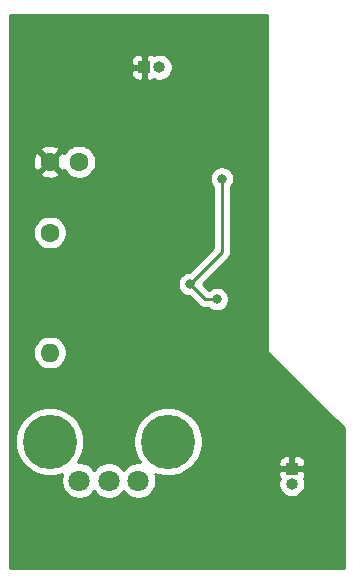
<source format=gbr>
%TF.GenerationSoftware,KiCad,Pcbnew,(5.1.9)-1*%
%TF.CreationDate,2021-08-16T16:35:21-04:00*%
%TF.ProjectId,555-Timer-Soldering-Demo,3535352d-5469-46d6-9572-2d536f6c6465,rev?*%
%TF.SameCoordinates,Original*%
%TF.FileFunction,Copper,L2,Bot*%
%TF.FilePolarity,Positive*%
%FSLAX46Y46*%
G04 Gerber Fmt 4.6, Leading zero omitted, Abs format (unit mm)*
G04 Created by KiCad (PCBNEW (5.1.9)-1) date 2021-08-16 16:35:21*
%MOMM*%
%LPD*%
G01*
G04 APERTURE LIST*
%TA.AperFunction,ComponentPad*%
%ADD10O,1.000000X1.000000*%
%TD*%
%TA.AperFunction,ComponentPad*%
%ADD11R,1.000000X1.000000*%
%TD*%
%TA.AperFunction,ComponentPad*%
%ADD12O,1.600000X1.600000*%
%TD*%
%TA.AperFunction,ComponentPad*%
%ADD13C,1.600000*%
%TD*%
%TA.AperFunction,ComponentPad*%
%ADD14C,4.600000*%
%TD*%
%TA.AperFunction,ComponentPad*%
%ADD15C,1.800000*%
%TD*%
%TA.AperFunction,ViaPad*%
%ADD16C,0.800000*%
%TD*%
%TA.AperFunction,Conductor*%
%ADD17C,0.250000*%
%TD*%
%TA.AperFunction,Conductor*%
%ADD18C,0.254000*%
%TD*%
%TA.AperFunction,Conductor*%
%ADD19C,0.100000*%
%TD*%
G04 APERTURE END LIST*
D10*
%TO.P,J1,2*%
%TO.N,/VCC*%
X114270000Y-56000000D03*
D11*
%TO.P,J1,1*%
%TO.N,GND*%
X113000000Y-56000000D03*
%TD*%
D10*
%TO.P,J2,2*%
%TO.N,/Output*%
X125500000Y-91270000D03*
D11*
%TO.P,J2,1*%
%TO.N,GND*%
X125500000Y-90000000D03*
%TD*%
D12*
%TO.P,R1,2*%
%TO.N,Net-(R1-Pad2)*%
X105000000Y-80160000D03*
D13*
%TO.P,R1,1*%
%TO.N,Trigger*%
X105000000Y-70000000D03*
%TD*%
D14*
%TO.P,RV1,*%
%TO.N,*%
X105000000Y-87700000D03*
X115000000Y-87700000D03*
D15*
%TO.P,RV1,1*%
%TO.N,Net-(R1-Pad2)*%
X107500000Y-91000000D03*
%TO.P,RV1,2*%
%TO.N,/Output*%
X110000000Y-91000000D03*
%TO.P,RV1,3*%
%TO.N,Net-(RV1-Pad3)*%
X112500000Y-91000000D03*
%TD*%
D13*
%TO.P,C1,2*%
%TO.N,GND*%
X105000000Y-64000000D03*
%TO.P,C1,1*%
%TO.N,Net-(C1-Pad1)*%
X107500000Y-64000000D03*
%TD*%
D16*
%TO.N,GND*%
X116437500Y-65437500D03*
X114000000Y-71570000D03*
%TO.N,Trigger*%
X116865000Y-74365000D03*
X119135000Y-75635000D03*
X119562500Y-65437500D03*
%TD*%
D17*
%TO.N,Trigger*%
X118135000Y-75635000D02*
X116865000Y-74365000D01*
X119135000Y-75635000D02*
X118135000Y-75635000D01*
X119562500Y-71667500D02*
X116865000Y-74365000D01*
X119562500Y-65437500D02*
X119562500Y-71667500D01*
%TD*%
D18*
%TO.N,GND*%
X123373000Y-80000000D02*
X123375440Y-80024776D01*
X123382667Y-80048601D01*
X123394403Y-80070557D01*
X123410197Y-80089803D01*
X129873000Y-86552606D01*
X129873000Y-98373000D01*
X101627000Y-98373000D01*
X101627000Y-87410928D01*
X102065000Y-87410928D01*
X102065000Y-87989072D01*
X102177791Y-88556108D01*
X102399037Y-89090244D01*
X102720237Y-89570953D01*
X103129047Y-89979763D01*
X103609756Y-90300963D01*
X104143892Y-90522209D01*
X104710928Y-90635000D01*
X105289072Y-90635000D01*
X105856108Y-90522209D01*
X106073783Y-90432045D01*
X106023989Y-90552257D01*
X105965000Y-90848816D01*
X105965000Y-91151184D01*
X106023989Y-91447743D01*
X106139701Y-91727095D01*
X106307688Y-91978505D01*
X106521495Y-92192312D01*
X106772905Y-92360299D01*
X107052257Y-92476011D01*
X107348816Y-92535000D01*
X107651184Y-92535000D01*
X107947743Y-92476011D01*
X108227095Y-92360299D01*
X108478505Y-92192312D01*
X108692312Y-91978505D01*
X108750000Y-91892169D01*
X108807688Y-91978505D01*
X109021495Y-92192312D01*
X109272905Y-92360299D01*
X109552257Y-92476011D01*
X109848816Y-92535000D01*
X110151184Y-92535000D01*
X110447743Y-92476011D01*
X110727095Y-92360299D01*
X110978505Y-92192312D01*
X111192312Y-91978505D01*
X111250000Y-91892169D01*
X111307688Y-91978505D01*
X111521495Y-92192312D01*
X111772905Y-92360299D01*
X112052257Y-92476011D01*
X112348816Y-92535000D01*
X112651184Y-92535000D01*
X112947743Y-92476011D01*
X113227095Y-92360299D01*
X113478505Y-92192312D01*
X113692312Y-91978505D01*
X113860299Y-91727095D01*
X113976011Y-91447743D01*
X114035000Y-91151184D01*
X114035000Y-90848816D01*
X113976011Y-90552257D01*
X113926217Y-90432045D01*
X114143892Y-90522209D01*
X114710928Y-90635000D01*
X115289072Y-90635000D01*
X115856108Y-90522209D01*
X115909725Y-90500000D01*
X124361928Y-90500000D01*
X124374188Y-90624482D01*
X124410498Y-90744180D01*
X124454888Y-90827226D01*
X124408617Y-90938933D01*
X124365000Y-91158212D01*
X124365000Y-91381788D01*
X124408617Y-91601067D01*
X124494176Y-91807624D01*
X124618388Y-91993520D01*
X124776480Y-92151612D01*
X124962376Y-92275824D01*
X125168933Y-92361383D01*
X125388212Y-92405000D01*
X125611788Y-92405000D01*
X125831067Y-92361383D01*
X126037624Y-92275824D01*
X126223520Y-92151612D01*
X126381612Y-91993520D01*
X126505824Y-91807624D01*
X126591383Y-91601067D01*
X126635000Y-91381788D01*
X126635000Y-91158212D01*
X126591383Y-90938933D01*
X126545112Y-90827226D01*
X126589502Y-90744180D01*
X126625812Y-90624482D01*
X126638072Y-90500000D01*
X126635000Y-90285750D01*
X126476250Y-90127000D01*
X125627000Y-90127000D01*
X125627000Y-90138026D01*
X125611788Y-90135000D01*
X125388212Y-90135000D01*
X125373000Y-90138026D01*
X125373000Y-90127000D01*
X124523750Y-90127000D01*
X124365000Y-90285750D01*
X124361928Y-90500000D01*
X115909725Y-90500000D01*
X116390244Y-90300963D01*
X116870953Y-89979763D01*
X117279763Y-89570953D01*
X117327172Y-89500000D01*
X124361928Y-89500000D01*
X124365000Y-89714250D01*
X124523750Y-89873000D01*
X125373000Y-89873000D01*
X125373000Y-89023750D01*
X125627000Y-89023750D01*
X125627000Y-89873000D01*
X126476250Y-89873000D01*
X126635000Y-89714250D01*
X126638072Y-89500000D01*
X126625812Y-89375518D01*
X126589502Y-89255820D01*
X126530537Y-89145506D01*
X126451185Y-89048815D01*
X126354494Y-88969463D01*
X126244180Y-88910498D01*
X126124482Y-88874188D01*
X126000000Y-88861928D01*
X125785750Y-88865000D01*
X125627000Y-89023750D01*
X125373000Y-89023750D01*
X125214250Y-88865000D01*
X125000000Y-88861928D01*
X124875518Y-88874188D01*
X124755820Y-88910498D01*
X124645506Y-88969463D01*
X124548815Y-89048815D01*
X124469463Y-89145506D01*
X124410498Y-89255820D01*
X124374188Y-89375518D01*
X124361928Y-89500000D01*
X117327172Y-89500000D01*
X117600963Y-89090244D01*
X117822209Y-88556108D01*
X117935000Y-87989072D01*
X117935000Y-87410928D01*
X117822209Y-86843892D01*
X117600963Y-86309756D01*
X117279763Y-85829047D01*
X116870953Y-85420237D01*
X116390244Y-85099037D01*
X115856108Y-84877791D01*
X115289072Y-84765000D01*
X114710928Y-84765000D01*
X114143892Y-84877791D01*
X113609756Y-85099037D01*
X113129047Y-85420237D01*
X112720237Y-85829047D01*
X112399037Y-86309756D01*
X112177791Y-86843892D01*
X112065000Y-87410928D01*
X112065000Y-87989072D01*
X112177791Y-88556108D01*
X112399037Y-89090244D01*
X112649441Y-89465000D01*
X112348816Y-89465000D01*
X112052257Y-89523989D01*
X111772905Y-89639701D01*
X111521495Y-89807688D01*
X111307688Y-90021495D01*
X111250000Y-90107831D01*
X111192312Y-90021495D01*
X110978505Y-89807688D01*
X110727095Y-89639701D01*
X110447743Y-89523989D01*
X110151184Y-89465000D01*
X109848816Y-89465000D01*
X109552257Y-89523989D01*
X109272905Y-89639701D01*
X109021495Y-89807688D01*
X108807688Y-90021495D01*
X108750000Y-90107831D01*
X108692312Y-90021495D01*
X108478505Y-89807688D01*
X108227095Y-89639701D01*
X107947743Y-89523989D01*
X107651184Y-89465000D01*
X107350559Y-89465000D01*
X107600963Y-89090244D01*
X107822209Y-88556108D01*
X107935000Y-87989072D01*
X107935000Y-87410928D01*
X107822209Y-86843892D01*
X107600963Y-86309756D01*
X107279763Y-85829047D01*
X106870953Y-85420237D01*
X106390244Y-85099037D01*
X105856108Y-84877791D01*
X105289072Y-84765000D01*
X104710928Y-84765000D01*
X104143892Y-84877791D01*
X103609756Y-85099037D01*
X103129047Y-85420237D01*
X102720237Y-85829047D01*
X102399037Y-86309756D01*
X102177791Y-86843892D01*
X102065000Y-87410928D01*
X101627000Y-87410928D01*
X101627000Y-80018665D01*
X103565000Y-80018665D01*
X103565000Y-80301335D01*
X103620147Y-80578574D01*
X103728320Y-80839727D01*
X103885363Y-81074759D01*
X104085241Y-81274637D01*
X104320273Y-81431680D01*
X104581426Y-81539853D01*
X104858665Y-81595000D01*
X105141335Y-81595000D01*
X105418574Y-81539853D01*
X105679727Y-81431680D01*
X105914759Y-81274637D01*
X106114637Y-81074759D01*
X106271680Y-80839727D01*
X106379853Y-80578574D01*
X106435000Y-80301335D01*
X106435000Y-80018665D01*
X106379853Y-79741426D01*
X106271680Y-79480273D01*
X106114637Y-79245241D01*
X105914759Y-79045363D01*
X105679727Y-78888320D01*
X105418574Y-78780147D01*
X105141335Y-78725000D01*
X104858665Y-78725000D01*
X104581426Y-78780147D01*
X104320273Y-78888320D01*
X104085241Y-79045363D01*
X103885363Y-79245241D01*
X103728320Y-79480273D01*
X103620147Y-79741426D01*
X103565000Y-80018665D01*
X101627000Y-80018665D01*
X101627000Y-74263061D01*
X115830000Y-74263061D01*
X115830000Y-74466939D01*
X115869774Y-74666898D01*
X115947795Y-74855256D01*
X116061063Y-75024774D01*
X116205226Y-75168937D01*
X116374744Y-75282205D01*
X116563102Y-75360226D01*
X116763061Y-75400000D01*
X116825199Y-75400000D01*
X117571201Y-76146003D01*
X117594999Y-76175001D01*
X117710724Y-76269974D01*
X117842753Y-76340546D01*
X117986014Y-76384003D01*
X118097667Y-76395000D01*
X118097676Y-76395000D01*
X118134999Y-76398676D01*
X118172322Y-76395000D01*
X118431289Y-76395000D01*
X118475226Y-76438937D01*
X118644744Y-76552205D01*
X118833102Y-76630226D01*
X119033061Y-76670000D01*
X119236939Y-76670000D01*
X119436898Y-76630226D01*
X119625256Y-76552205D01*
X119794774Y-76438937D01*
X119938937Y-76294774D01*
X120052205Y-76125256D01*
X120130226Y-75936898D01*
X120170000Y-75736939D01*
X120170000Y-75533061D01*
X120130226Y-75333102D01*
X120052205Y-75144744D01*
X119938937Y-74975226D01*
X119794774Y-74831063D01*
X119625256Y-74717795D01*
X119436898Y-74639774D01*
X119236939Y-74600000D01*
X119033061Y-74600000D01*
X118833102Y-74639774D01*
X118644744Y-74717795D01*
X118475226Y-74831063D01*
X118440545Y-74865744D01*
X117939801Y-74365000D01*
X120073503Y-72231299D01*
X120102501Y-72207501D01*
X120128832Y-72175417D01*
X120197474Y-72091777D01*
X120268046Y-71959747D01*
X120311503Y-71816486D01*
X120322500Y-71704833D01*
X120322500Y-71704824D01*
X120326176Y-71667501D01*
X120322500Y-71630178D01*
X120322500Y-66141211D01*
X120366437Y-66097274D01*
X120479705Y-65927756D01*
X120557726Y-65739398D01*
X120597500Y-65539439D01*
X120597500Y-65335561D01*
X120557726Y-65135602D01*
X120479705Y-64947244D01*
X120366437Y-64777726D01*
X120222274Y-64633563D01*
X120052756Y-64520295D01*
X119864398Y-64442274D01*
X119664439Y-64402500D01*
X119460561Y-64402500D01*
X119260602Y-64442274D01*
X119072244Y-64520295D01*
X118902726Y-64633563D01*
X118758563Y-64777726D01*
X118645295Y-64947244D01*
X118567274Y-65135602D01*
X118527500Y-65335561D01*
X118527500Y-65539439D01*
X118567274Y-65739398D01*
X118645295Y-65927756D01*
X118758563Y-66097274D01*
X118802500Y-66141211D01*
X118802501Y-71352697D01*
X116825199Y-73330000D01*
X116763061Y-73330000D01*
X116563102Y-73369774D01*
X116374744Y-73447795D01*
X116205226Y-73561063D01*
X116061063Y-73705226D01*
X115947795Y-73874744D01*
X115869774Y-74063102D01*
X115830000Y-74263061D01*
X101627000Y-74263061D01*
X101627000Y-69858665D01*
X103565000Y-69858665D01*
X103565000Y-70141335D01*
X103620147Y-70418574D01*
X103728320Y-70679727D01*
X103885363Y-70914759D01*
X104085241Y-71114637D01*
X104320273Y-71271680D01*
X104581426Y-71379853D01*
X104858665Y-71435000D01*
X105141335Y-71435000D01*
X105418574Y-71379853D01*
X105679727Y-71271680D01*
X105914759Y-71114637D01*
X106114637Y-70914759D01*
X106271680Y-70679727D01*
X106379853Y-70418574D01*
X106435000Y-70141335D01*
X106435000Y-69858665D01*
X106379853Y-69581426D01*
X106271680Y-69320273D01*
X106114637Y-69085241D01*
X105914759Y-68885363D01*
X105679727Y-68728320D01*
X105418574Y-68620147D01*
X105141335Y-68565000D01*
X104858665Y-68565000D01*
X104581426Y-68620147D01*
X104320273Y-68728320D01*
X104085241Y-68885363D01*
X103885363Y-69085241D01*
X103728320Y-69320273D01*
X103620147Y-69581426D01*
X103565000Y-69858665D01*
X101627000Y-69858665D01*
X101627000Y-64992702D01*
X104186903Y-64992702D01*
X104258486Y-65236671D01*
X104513996Y-65357571D01*
X104788184Y-65426300D01*
X105070512Y-65440217D01*
X105350130Y-65398787D01*
X105616292Y-65303603D01*
X105741514Y-65236671D01*
X105813097Y-64992702D01*
X105000000Y-64179605D01*
X104186903Y-64992702D01*
X101627000Y-64992702D01*
X101627000Y-64070512D01*
X103559783Y-64070512D01*
X103601213Y-64350130D01*
X103696397Y-64616292D01*
X103763329Y-64741514D01*
X104007298Y-64813097D01*
X104820395Y-64000000D01*
X105179605Y-64000000D01*
X105992702Y-64813097D01*
X106236671Y-64741514D01*
X106250324Y-64712659D01*
X106385363Y-64914759D01*
X106585241Y-65114637D01*
X106820273Y-65271680D01*
X107081426Y-65379853D01*
X107358665Y-65435000D01*
X107641335Y-65435000D01*
X107918574Y-65379853D01*
X108179727Y-65271680D01*
X108414759Y-65114637D01*
X108614637Y-64914759D01*
X108771680Y-64679727D01*
X108879853Y-64418574D01*
X108935000Y-64141335D01*
X108935000Y-63858665D01*
X108879853Y-63581426D01*
X108771680Y-63320273D01*
X108614637Y-63085241D01*
X108414759Y-62885363D01*
X108179727Y-62728320D01*
X107918574Y-62620147D01*
X107641335Y-62565000D01*
X107358665Y-62565000D01*
X107081426Y-62620147D01*
X106820273Y-62728320D01*
X106585241Y-62885363D01*
X106385363Y-63085241D01*
X106251308Y-63285869D01*
X106236671Y-63258486D01*
X105992702Y-63186903D01*
X105179605Y-64000000D01*
X104820395Y-64000000D01*
X104007298Y-63186903D01*
X103763329Y-63258486D01*
X103642429Y-63513996D01*
X103573700Y-63788184D01*
X103559783Y-64070512D01*
X101627000Y-64070512D01*
X101627000Y-63007298D01*
X104186903Y-63007298D01*
X105000000Y-63820395D01*
X105813097Y-63007298D01*
X105741514Y-62763329D01*
X105486004Y-62642429D01*
X105211816Y-62573700D01*
X104929488Y-62559783D01*
X104649870Y-62601213D01*
X104383708Y-62696397D01*
X104258486Y-62763329D01*
X104186903Y-63007298D01*
X101627000Y-63007298D01*
X101627000Y-56500000D01*
X111861928Y-56500000D01*
X111874188Y-56624482D01*
X111910498Y-56744180D01*
X111969463Y-56854494D01*
X112048815Y-56951185D01*
X112145506Y-57030537D01*
X112255820Y-57089502D01*
X112375518Y-57125812D01*
X112500000Y-57138072D01*
X112714250Y-57135000D01*
X112873000Y-56976250D01*
X112873000Y-56127000D01*
X112023750Y-56127000D01*
X111865000Y-56285750D01*
X111861928Y-56500000D01*
X101627000Y-56500000D01*
X101627000Y-55500000D01*
X111861928Y-55500000D01*
X111865000Y-55714250D01*
X112023750Y-55873000D01*
X112873000Y-55873000D01*
X112873000Y-55023750D01*
X113127000Y-55023750D01*
X113127000Y-55873000D01*
X113138026Y-55873000D01*
X113135000Y-55888212D01*
X113135000Y-56111788D01*
X113138026Y-56127000D01*
X113127000Y-56127000D01*
X113127000Y-56976250D01*
X113285750Y-57135000D01*
X113500000Y-57138072D01*
X113624482Y-57125812D01*
X113744180Y-57089502D01*
X113827226Y-57045112D01*
X113938933Y-57091383D01*
X114158212Y-57135000D01*
X114381788Y-57135000D01*
X114601067Y-57091383D01*
X114807624Y-57005824D01*
X114993520Y-56881612D01*
X115151612Y-56723520D01*
X115275824Y-56537624D01*
X115361383Y-56331067D01*
X115405000Y-56111788D01*
X115405000Y-55888212D01*
X115361383Y-55668933D01*
X115275824Y-55462376D01*
X115151612Y-55276480D01*
X114993520Y-55118388D01*
X114807624Y-54994176D01*
X114601067Y-54908617D01*
X114381788Y-54865000D01*
X114158212Y-54865000D01*
X113938933Y-54908617D01*
X113827226Y-54954888D01*
X113744180Y-54910498D01*
X113624482Y-54874188D01*
X113500000Y-54861928D01*
X113285750Y-54865000D01*
X113127000Y-55023750D01*
X112873000Y-55023750D01*
X112714250Y-54865000D01*
X112500000Y-54861928D01*
X112375518Y-54874188D01*
X112255820Y-54910498D01*
X112145506Y-54969463D01*
X112048815Y-55048815D01*
X111969463Y-55145506D01*
X111910498Y-55255820D01*
X111874188Y-55375518D01*
X111861928Y-55500000D01*
X101627000Y-55500000D01*
X101627000Y-51627000D01*
X123373000Y-51627000D01*
X123373000Y-80000000D01*
%TA.AperFunction,Conductor*%
D19*
G36*
X123373000Y-80000000D02*
G01*
X123375440Y-80024776D01*
X123382667Y-80048601D01*
X123394403Y-80070557D01*
X123410197Y-80089803D01*
X129873000Y-86552606D01*
X129873000Y-98373000D01*
X101627000Y-98373000D01*
X101627000Y-87410928D01*
X102065000Y-87410928D01*
X102065000Y-87989072D01*
X102177791Y-88556108D01*
X102399037Y-89090244D01*
X102720237Y-89570953D01*
X103129047Y-89979763D01*
X103609756Y-90300963D01*
X104143892Y-90522209D01*
X104710928Y-90635000D01*
X105289072Y-90635000D01*
X105856108Y-90522209D01*
X106073783Y-90432045D01*
X106023989Y-90552257D01*
X105965000Y-90848816D01*
X105965000Y-91151184D01*
X106023989Y-91447743D01*
X106139701Y-91727095D01*
X106307688Y-91978505D01*
X106521495Y-92192312D01*
X106772905Y-92360299D01*
X107052257Y-92476011D01*
X107348816Y-92535000D01*
X107651184Y-92535000D01*
X107947743Y-92476011D01*
X108227095Y-92360299D01*
X108478505Y-92192312D01*
X108692312Y-91978505D01*
X108750000Y-91892169D01*
X108807688Y-91978505D01*
X109021495Y-92192312D01*
X109272905Y-92360299D01*
X109552257Y-92476011D01*
X109848816Y-92535000D01*
X110151184Y-92535000D01*
X110447743Y-92476011D01*
X110727095Y-92360299D01*
X110978505Y-92192312D01*
X111192312Y-91978505D01*
X111250000Y-91892169D01*
X111307688Y-91978505D01*
X111521495Y-92192312D01*
X111772905Y-92360299D01*
X112052257Y-92476011D01*
X112348816Y-92535000D01*
X112651184Y-92535000D01*
X112947743Y-92476011D01*
X113227095Y-92360299D01*
X113478505Y-92192312D01*
X113692312Y-91978505D01*
X113860299Y-91727095D01*
X113976011Y-91447743D01*
X114035000Y-91151184D01*
X114035000Y-90848816D01*
X113976011Y-90552257D01*
X113926217Y-90432045D01*
X114143892Y-90522209D01*
X114710928Y-90635000D01*
X115289072Y-90635000D01*
X115856108Y-90522209D01*
X115909725Y-90500000D01*
X124361928Y-90500000D01*
X124374188Y-90624482D01*
X124410498Y-90744180D01*
X124454888Y-90827226D01*
X124408617Y-90938933D01*
X124365000Y-91158212D01*
X124365000Y-91381788D01*
X124408617Y-91601067D01*
X124494176Y-91807624D01*
X124618388Y-91993520D01*
X124776480Y-92151612D01*
X124962376Y-92275824D01*
X125168933Y-92361383D01*
X125388212Y-92405000D01*
X125611788Y-92405000D01*
X125831067Y-92361383D01*
X126037624Y-92275824D01*
X126223520Y-92151612D01*
X126381612Y-91993520D01*
X126505824Y-91807624D01*
X126591383Y-91601067D01*
X126635000Y-91381788D01*
X126635000Y-91158212D01*
X126591383Y-90938933D01*
X126545112Y-90827226D01*
X126589502Y-90744180D01*
X126625812Y-90624482D01*
X126638072Y-90500000D01*
X126635000Y-90285750D01*
X126476250Y-90127000D01*
X125627000Y-90127000D01*
X125627000Y-90138026D01*
X125611788Y-90135000D01*
X125388212Y-90135000D01*
X125373000Y-90138026D01*
X125373000Y-90127000D01*
X124523750Y-90127000D01*
X124365000Y-90285750D01*
X124361928Y-90500000D01*
X115909725Y-90500000D01*
X116390244Y-90300963D01*
X116870953Y-89979763D01*
X117279763Y-89570953D01*
X117327172Y-89500000D01*
X124361928Y-89500000D01*
X124365000Y-89714250D01*
X124523750Y-89873000D01*
X125373000Y-89873000D01*
X125373000Y-89023750D01*
X125627000Y-89023750D01*
X125627000Y-89873000D01*
X126476250Y-89873000D01*
X126635000Y-89714250D01*
X126638072Y-89500000D01*
X126625812Y-89375518D01*
X126589502Y-89255820D01*
X126530537Y-89145506D01*
X126451185Y-89048815D01*
X126354494Y-88969463D01*
X126244180Y-88910498D01*
X126124482Y-88874188D01*
X126000000Y-88861928D01*
X125785750Y-88865000D01*
X125627000Y-89023750D01*
X125373000Y-89023750D01*
X125214250Y-88865000D01*
X125000000Y-88861928D01*
X124875518Y-88874188D01*
X124755820Y-88910498D01*
X124645506Y-88969463D01*
X124548815Y-89048815D01*
X124469463Y-89145506D01*
X124410498Y-89255820D01*
X124374188Y-89375518D01*
X124361928Y-89500000D01*
X117327172Y-89500000D01*
X117600963Y-89090244D01*
X117822209Y-88556108D01*
X117935000Y-87989072D01*
X117935000Y-87410928D01*
X117822209Y-86843892D01*
X117600963Y-86309756D01*
X117279763Y-85829047D01*
X116870953Y-85420237D01*
X116390244Y-85099037D01*
X115856108Y-84877791D01*
X115289072Y-84765000D01*
X114710928Y-84765000D01*
X114143892Y-84877791D01*
X113609756Y-85099037D01*
X113129047Y-85420237D01*
X112720237Y-85829047D01*
X112399037Y-86309756D01*
X112177791Y-86843892D01*
X112065000Y-87410928D01*
X112065000Y-87989072D01*
X112177791Y-88556108D01*
X112399037Y-89090244D01*
X112649441Y-89465000D01*
X112348816Y-89465000D01*
X112052257Y-89523989D01*
X111772905Y-89639701D01*
X111521495Y-89807688D01*
X111307688Y-90021495D01*
X111250000Y-90107831D01*
X111192312Y-90021495D01*
X110978505Y-89807688D01*
X110727095Y-89639701D01*
X110447743Y-89523989D01*
X110151184Y-89465000D01*
X109848816Y-89465000D01*
X109552257Y-89523989D01*
X109272905Y-89639701D01*
X109021495Y-89807688D01*
X108807688Y-90021495D01*
X108750000Y-90107831D01*
X108692312Y-90021495D01*
X108478505Y-89807688D01*
X108227095Y-89639701D01*
X107947743Y-89523989D01*
X107651184Y-89465000D01*
X107350559Y-89465000D01*
X107600963Y-89090244D01*
X107822209Y-88556108D01*
X107935000Y-87989072D01*
X107935000Y-87410928D01*
X107822209Y-86843892D01*
X107600963Y-86309756D01*
X107279763Y-85829047D01*
X106870953Y-85420237D01*
X106390244Y-85099037D01*
X105856108Y-84877791D01*
X105289072Y-84765000D01*
X104710928Y-84765000D01*
X104143892Y-84877791D01*
X103609756Y-85099037D01*
X103129047Y-85420237D01*
X102720237Y-85829047D01*
X102399037Y-86309756D01*
X102177791Y-86843892D01*
X102065000Y-87410928D01*
X101627000Y-87410928D01*
X101627000Y-80018665D01*
X103565000Y-80018665D01*
X103565000Y-80301335D01*
X103620147Y-80578574D01*
X103728320Y-80839727D01*
X103885363Y-81074759D01*
X104085241Y-81274637D01*
X104320273Y-81431680D01*
X104581426Y-81539853D01*
X104858665Y-81595000D01*
X105141335Y-81595000D01*
X105418574Y-81539853D01*
X105679727Y-81431680D01*
X105914759Y-81274637D01*
X106114637Y-81074759D01*
X106271680Y-80839727D01*
X106379853Y-80578574D01*
X106435000Y-80301335D01*
X106435000Y-80018665D01*
X106379853Y-79741426D01*
X106271680Y-79480273D01*
X106114637Y-79245241D01*
X105914759Y-79045363D01*
X105679727Y-78888320D01*
X105418574Y-78780147D01*
X105141335Y-78725000D01*
X104858665Y-78725000D01*
X104581426Y-78780147D01*
X104320273Y-78888320D01*
X104085241Y-79045363D01*
X103885363Y-79245241D01*
X103728320Y-79480273D01*
X103620147Y-79741426D01*
X103565000Y-80018665D01*
X101627000Y-80018665D01*
X101627000Y-74263061D01*
X115830000Y-74263061D01*
X115830000Y-74466939D01*
X115869774Y-74666898D01*
X115947795Y-74855256D01*
X116061063Y-75024774D01*
X116205226Y-75168937D01*
X116374744Y-75282205D01*
X116563102Y-75360226D01*
X116763061Y-75400000D01*
X116825199Y-75400000D01*
X117571201Y-76146003D01*
X117594999Y-76175001D01*
X117710724Y-76269974D01*
X117842753Y-76340546D01*
X117986014Y-76384003D01*
X118097667Y-76395000D01*
X118097676Y-76395000D01*
X118134999Y-76398676D01*
X118172322Y-76395000D01*
X118431289Y-76395000D01*
X118475226Y-76438937D01*
X118644744Y-76552205D01*
X118833102Y-76630226D01*
X119033061Y-76670000D01*
X119236939Y-76670000D01*
X119436898Y-76630226D01*
X119625256Y-76552205D01*
X119794774Y-76438937D01*
X119938937Y-76294774D01*
X120052205Y-76125256D01*
X120130226Y-75936898D01*
X120170000Y-75736939D01*
X120170000Y-75533061D01*
X120130226Y-75333102D01*
X120052205Y-75144744D01*
X119938937Y-74975226D01*
X119794774Y-74831063D01*
X119625256Y-74717795D01*
X119436898Y-74639774D01*
X119236939Y-74600000D01*
X119033061Y-74600000D01*
X118833102Y-74639774D01*
X118644744Y-74717795D01*
X118475226Y-74831063D01*
X118440545Y-74865744D01*
X117939801Y-74365000D01*
X120073503Y-72231299D01*
X120102501Y-72207501D01*
X120128832Y-72175417D01*
X120197474Y-72091777D01*
X120268046Y-71959747D01*
X120311503Y-71816486D01*
X120322500Y-71704833D01*
X120322500Y-71704824D01*
X120326176Y-71667501D01*
X120322500Y-71630178D01*
X120322500Y-66141211D01*
X120366437Y-66097274D01*
X120479705Y-65927756D01*
X120557726Y-65739398D01*
X120597500Y-65539439D01*
X120597500Y-65335561D01*
X120557726Y-65135602D01*
X120479705Y-64947244D01*
X120366437Y-64777726D01*
X120222274Y-64633563D01*
X120052756Y-64520295D01*
X119864398Y-64442274D01*
X119664439Y-64402500D01*
X119460561Y-64402500D01*
X119260602Y-64442274D01*
X119072244Y-64520295D01*
X118902726Y-64633563D01*
X118758563Y-64777726D01*
X118645295Y-64947244D01*
X118567274Y-65135602D01*
X118527500Y-65335561D01*
X118527500Y-65539439D01*
X118567274Y-65739398D01*
X118645295Y-65927756D01*
X118758563Y-66097274D01*
X118802500Y-66141211D01*
X118802501Y-71352697D01*
X116825199Y-73330000D01*
X116763061Y-73330000D01*
X116563102Y-73369774D01*
X116374744Y-73447795D01*
X116205226Y-73561063D01*
X116061063Y-73705226D01*
X115947795Y-73874744D01*
X115869774Y-74063102D01*
X115830000Y-74263061D01*
X101627000Y-74263061D01*
X101627000Y-69858665D01*
X103565000Y-69858665D01*
X103565000Y-70141335D01*
X103620147Y-70418574D01*
X103728320Y-70679727D01*
X103885363Y-70914759D01*
X104085241Y-71114637D01*
X104320273Y-71271680D01*
X104581426Y-71379853D01*
X104858665Y-71435000D01*
X105141335Y-71435000D01*
X105418574Y-71379853D01*
X105679727Y-71271680D01*
X105914759Y-71114637D01*
X106114637Y-70914759D01*
X106271680Y-70679727D01*
X106379853Y-70418574D01*
X106435000Y-70141335D01*
X106435000Y-69858665D01*
X106379853Y-69581426D01*
X106271680Y-69320273D01*
X106114637Y-69085241D01*
X105914759Y-68885363D01*
X105679727Y-68728320D01*
X105418574Y-68620147D01*
X105141335Y-68565000D01*
X104858665Y-68565000D01*
X104581426Y-68620147D01*
X104320273Y-68728320D01*
X104085241Y-68885363D01*
X103885363Y-69085241D01*
X103728320Y-69320273D01*
X103620147Y-69581426D01*
X103565000Y-69858665D01*
X101627000Y-69858665D01*
X101627000Y-64992702D01*
X104186903Y-64992702D01*
X104258486Y-65236671D01*
X104513996Y-65357571D01*
X104788184Y-65426300D01*
X105070512Y-65440217D01*
X105350130Y-65398787D01*
X105616292Y-65303603D01*
X105741514Y-65236671D01*
X105813097Y-64992702D01*
X105000000Y-64179605D01*
X104186903Y-64992702D01*
X101627000Y-64992702D01*
X101627000Y-64070512D01*
X103559783Y-64070512D01*
X103601213Y-64350130D01*
X103696397Y-64616292D01*
X103763329Y-64741514D01*
X104007298Y-64813097D01*
X104820395Y-64000000D01*
X105179605Y-64000000D01*
X105992702Y-64813097D01*
X106236671Y-64741514D01*
X106250324Y-64712659D01*
X106385363Y-64914759D01*
X106585241Y-65114637D01*
X106820273Y-65271680D01*
X107081426Y-65379853D01*
X107358665Y-65435000D01*
X107641335Y-65435000D01*
X107918574Y-65379853D01*
X108179727Y-65271680D01*
X108414759Y-65114637D01*
X108614637Y-64914759D01*
X108771680Y-64679727D01*
X108879853Y-64418574D01*
X108935000Y-64141335D01*
X108935000Y-63858665D01*
X108879853Y-63581426D01*
X108771680Y-63320273D01*
X108614637Y-63085241D01*
X108414759Y-62885363D01*
X108179727Y-62728320D01*
X107918574Y-62620147D01*
X107641335Y-62565000D01*
X107358665Y-62565000D01*
X107081426Y-62620147D01*
X106820273Y-62728320D01*
X106585241Y-62885363D01*
X106385363Y-63085241D01*
X106251308Y-63285869D01*
X106236671Y-63258486D01*
X105992702Y-63186903D01*
X105179605Y-64000000D01*
X104820395Y-64000000D01*
X104007298Y-63186903D01*
X103763329Y-63258486D01*
X103642429Y-63513996D01*
X103573700Y-63788184D01*
X103559783Y-64070512D01*
X101627000Y-64070512D01*
X101627000Y-63007298D01*
X104186903Y-63007298D01*
X105000000Y-63820395D01*
X105813097Y-63007298D01*
X105741514Y-62763329D01*
X105486004Y-62642429D01*
X105211816Y-62573700D01*
X104929488Y-62559783D01*
X104649870Y-62601213D01*
X104383708Y-62696397D01*
X104258486Y-62763329D01*
X104186903Y-63007298D01*
X101627000Y-63007298D01*
X101627000Y-56500000D01*
X111861928Y-56500000D01*
X111874188Y-56624482D01*
X111910498Y-56744180D01*
X111969463Y-56854494D01*
X112048815Y-56951185D01*
X112145506Y-57030537D01*
X112255820Y-57089502D01*
X112375518Y-57125812D01*
X112500000Y-57138072D01*
X112714250Y-57135000D01*
X112873000Y-56976250D01*
X112873000Y-56127000D01*
X112023750Y-56127000D01*
X111865000Y-56285750D01*
X111861928Y-56500000D01*
X101627000Y-56500000D01*
X101627000Y-55500000D01*
X111861928Y-55500000D01*
X111865000Y-55714250D01*
X112023750Y-55873000D01*
X112873000Y-55873000D01*
X112873000Y-55023750D01*
X113127000Y-55023750D01*
X113127000Y-55873000D01*
X113138026Y-55873000D01*
X113135000Y-55888212D01*
X113135000Y-56111788D01*
X113138026Y-56127000D01*
X113127000Y-56127000D01*
X113127000Y-56976250D01*
X113285750Y-57135000D01*
X113500000Y-57138072D01*
X113624482Y-57125812D01*
X113744180Y-57089502D01*
X113827226Y-57045112D01*
X113938933Y-57091383D01*
X114158212Y-57135000D01*
X114381788Y-57135000D01*
X114601067Y-57091383D01*
X114807624Y-57005824D01*
X114993520Y-56881612D01*
X115151612Y-56723520D01*
X115275824Y-56537624D01*
X115361383Y-56331067D01*
X115405000Y-56111788D01*
X115405000Y-55888212D01*
X115361383Y-55668933D01*
X115275824Y-55462376D01*
X115151612Y-55276480D01*
X114993520Y-55118388D01*
X114807624Y-54994176D01*
X114601067Y-54908617D01*
X114381788Y-54865000D01*
X114158212Y-54865000D01*
X113938933Y-54908617D01*
X113827226Y-54954888D01*
X113744180Y-54910498D01*
X113624482Y-54874188D01*
X113500000Y-54861928D01*
X113285750Y-54865000D01*
X113127000Y-55023750D01*
X112873000Y-55023750D01*
X112714250Y-54865000D01*
X112500000Y-54861928D01*
X112375518Y-54874188D01*
X112255820Y-54910498D01*
X112145506Y-54969463D01*
X112048815Y-55048815D01*
X111969463Y-55145506D01*
X111910498Y-55255820D01*
X111874188Y-55375518D01*
X111861928Y-55500000D01*
X101627000Y-55500000D01*
X101627000Y-51627000D01*
X123373000Y-51627000D01*
X123373000Y-80000000D01*
G37*
%TD.AperFunction*%
%TD*%
M02*

</source>
